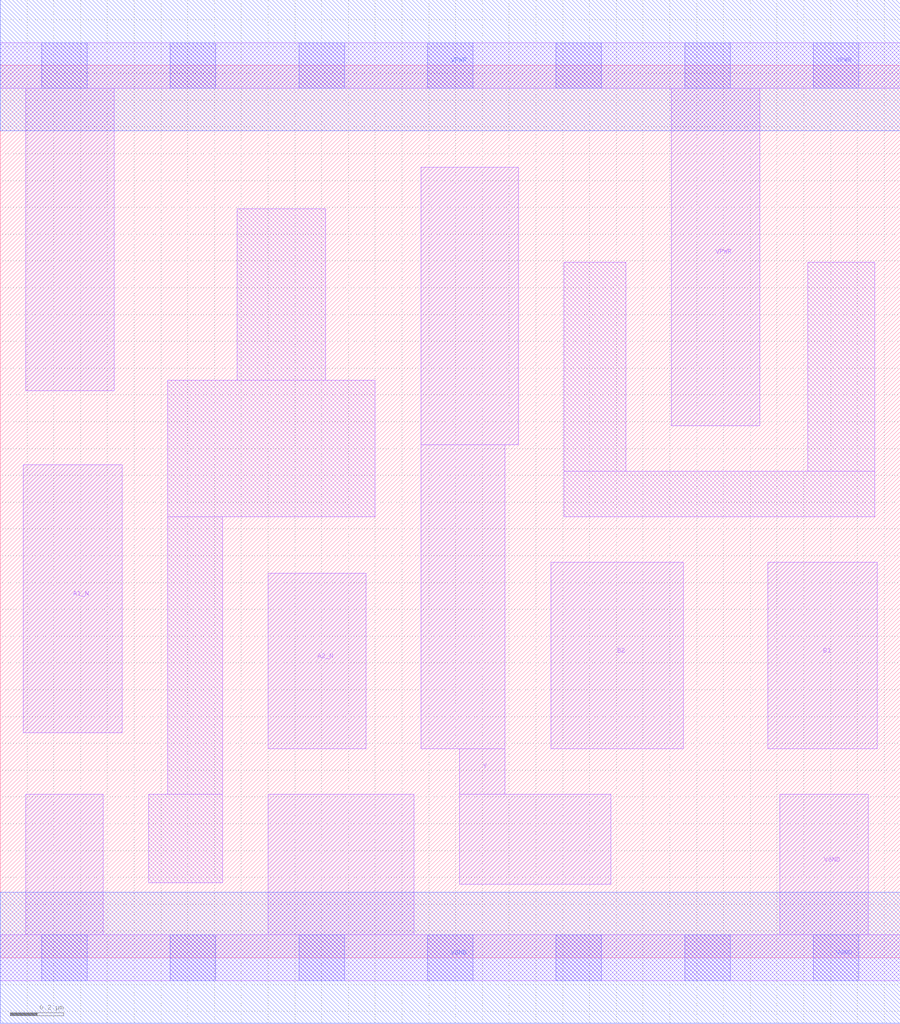
<source format=lef>
# Copyright 2020 The SkyWater PDK Authors
#
# Licensed under the Apache License, Version 2.0 (the "License");
# you may not use this file except in compliance with the License.
# You may obtain a copy of the License at
#
#     https://www.apache.org/licenses/LICENSE-2.0
#
# Unless required by applicable law or agreed to in writing, software
# distributed under the License is distributed on an "AS IS" BASIS,
# WITHOUT WARRANTIES OR CONDITIONS OF ANY KIND, either express or implied.
# See the License for the specific language governing permissions and
# limitations under the License.
#
# SPDX-License-Identifier: Apache-2.0

VERSION 5.7 ;
  NAMESCASESENSITIVE ON ;
  NOWIREEXTENSIONATPIN ON ;
  DIVIDERCHAR "/" ;
  BUSBITCHARS "[]" ;
UNITS
  DATABASE MICRONS 200 ;
END UNITS
MACRO sky130_fd_sc_lp__a2bb2oi_0
  CLASS CORE ;
  SOURCE USER ;
  FOREIGN sky130_fd_sc_lp__a2bb2oi_0 ;
  ORIGIN  0.000000  0.000000 ;
  SIZE  3.360000 BY  3.330000 ;
  SYMMETRY X Y R90 ;
  SITE unit ;
  PIN A1_N
    ANTENNAGATEAREA  0.159000 ;
    DIRECTION INPUT ;
    USE SIGNAL ;
    PORT
      LAYER li1 ;
        RECT 0.085000 0.840000 0.455000 1.840000 ;
    END
  END A1_N
  PIN A2_N
    ANTENNAGATEAREA  0.159000 ;
    DIRECTION INPUT ;
    USE SIGNAL ;
    PORT
      LAYER li1 ;
        RECT 1.000000 0.780000 1.365000 1.435000 ;
    END
  END A2_N
  PIN B1
    ANTENNAGATEAREA  0.159000 ;
    DIRECTION INPUT ;
    USE SIGNAL ;
    PORT
      LAYER li1 ;
        RECT 2.865000 0.780000 3.275000 1.475000 ;
    END
  END B1
  PIN B2
    ANTENNAGATEAREA  0.159000 ;
    DIRECTION INPUT ;
    USE SIGNAL ;
    PORT
      LAYER li1 ;
        RECT 2.055000 0.780000 2.550000 1.475000 ;
    END
  END B2
  PIN Y
    ANTENNADIFFAREA  0.287200 ;
    DIRECTION OUTPUT ;
    USE SIGNAL ;
    PORT
      LAYER li1 ;
        RECT 1.570000 0.780000 1.885000 1.915000 ;
        RECT 1.570000 1.915000 1.935000 2.950000 ;
        RECT 1.715000 0.275000 2.280000 0.610000 ;
        RECT 1.715000 0.610000 1.885000 0.780000 ;
    END
  END Y
  PIN VGND
    DIRECTION INOUT ;
    USE GROUND ;
    PORT
      LAYER li1 ;
        RECT 0.000000 -0.085000 3.360000 0.085000 ;
        RECT 0.095000  0.085000 0.385000 0.610000 ;
        RECT 1.000000  0.085000 1.545000 0.610000 ;
        RECT 2.910000  0.085000 3.240000 0.610000 ;
      LAYER mcon ;
        RECT 0.155000 -0.085000 0.325000 0.085000 ;
        RECT 0.635000 -0.085000 0.805000 0.085000 ;
        RECT 1.115000 -0.085000 1.285000 0.085000 ;
        RECT 1.595000 -0.085000 1.765000 0.085000 ;
        RECT 2.075000 -0.085000 2.245000 0.085000 ;
        RECT 2.555000 -0.085000 2.725000 0.085000 ;
        RECT 3.035000 -0.085000 3.205000 0.085000 ;
      LAYER met1 ;
        RECT 0.000000 -0.245000 3.360000 0.245000 ;
    END
  END VGND
  PIN VPWR
    DIRECTION INOUT ;
    USE POWER ;
    PORT
      LAYER li1 ;
        RECT 0.000000 3.245000 3.360000 3.415000 ;
        RECT 0.095000 2.115000 0.425000 3.245000 ;
        RECT 2.505000 1.985000 2.835000 3.245000 ;
      LAYER mcon ;
        RECT 0.155000 3.245000 0.325000 3.415000 ;
        RECT 0.635000 3.245000 0.805000 3.415000 ;
        RECT 1.115000 3.245000 1.285000 3.415000 ;
        RECT 1.595000 3.245000 1.765000 3.415000 ;
        RECT 2.075000 3.245000 2.245000 3.415000 ;
        RECT 2.555000 3.245000 2.725000 3.415000 ;
        RECT 3.035000 3.245000 3.205000 3.415000 ;
      LAYER met1 ;
        RECT 0.000000 3.085000 3.360000 3.575000 ;
    END
  END VPWR
  OBS
    LAYER li1 ;
      RECT 0.555000 0.280000 0.830000 0.610000 ;
      RECT 0.625000 0.610000 0.830000 1.645000 ;
      RECT 0.625000 1.645000 1.400000 2.155000 ;
      RECT 0.885000 2.155000 1.215000 2.795000 ;
      RECT 2.105000 1.645000 3.265000 1.815000 ;
      RECT 2.105000 1.815000 2.335000 2.595000 ;
      RECT 3.015000 1.815000 3.265000 2.595000 ;
  END
END sky130_fd_sc_lp__a2bb2oi_0

</source>
